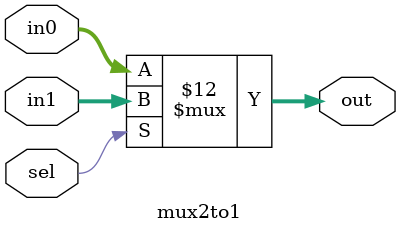
<source format=v>
module mux2to1 (
    input  [63:0] in0,
    input  [63:0] in1,
    input         sel,
    output [63:0] out
);
  assign out = sel ? in1 : in0;
endmodule


module cpu_top (
    input clk,
    input reset
);

  //=================================================
  // Wire and Register Declarations
  //=================================================
  // Program Counter
  reg  [63:0] pc;
  wire [63:0] pc_next, pc_plus1;

  // Instruction Memory
  wire [31:0] instruction;
  wire if_id_WriteEnable, pc_WriteEnable;

  // IF/ID Pipeline Register
  wire [63:0] IF_ID_PC;  // Original PC from instruction fetch
  wire [31:0] IF_ID_instruction;

  // ID Stage Signals
  wire RegWrite_ID, MemtoReg_ID, MemRead_ID, MemWrite_ID, ALUSrc_ID, Branch_ID;
  wire [1:0] ALUOp_ID;
  wire [3:0] ALUControl_ID;
  wire [63:0] read_data1_ID, read_data2_ID, imm_out_ID;
  wire [4:0]  rs1_ID, rs2_ID, rd_ID;

  // ID/EX Pipeline Register Signals
  wire RegWrite_EX, MemtoReg_EX, MemRead_EX, MemWrite_EX, ALUSrc_EX, Branch_EX;
  wire [1:0] ALUOp_EX;
  wire [3:0] ALUControl_EX;
  wire [63:0] read_data1_EX, read_data2_EX, imm_out_EX;
  wire [4:0] rs1_EX, rs2_EX, rd_EX;
  wire [63:0] ID_EX_PC;  // PC passed to EX stage

  // EX Stage Signals
  wire [63:0] alu_in2;
  wire        alu_zero;
  wire [63:0] ALUResult_EX;
  wire branch_taken_EX;
  
  // Forwarding wires
  wire [63:0] forwardA_data;
  wire [63:0] forwardB_data;

  // EX/MEM Pipeline Register Signals
  wire RegWrite_MEM, MemtoReg_MEM, MemRead_MEM, MemWrite_MEM, Branch_MEM;
  wire [63:0] actual_target_EX;
  wire [63:0] actual_target_MEM;
  wire [63:0] ALUResult_MEM;
  wire [63:0] write_data_MEM;
  wire [4:0]  rd_MEM;
  wire [63:0] EX_MEM_PC;
  wire        branch_taken_MEM;

  // MEM Stage Signals
  wire [63:0] mem_read_data_MEM;

  // MEM/WB Pipeline Register Signals
  wire RegWrite_WB, MemtoReg_WB;
  wire [63:0] ALUResult_WB, mem_read_data_WB;
  wire [4:0]  rd_WB;
  wire [63:0] write_data_WB;

  // Hazard detection and forwarding
  wire Stall;
  wire [1:0] ForwardA;
  wire [1:0] ForwardB;

  // Branch Prediction Signals
  wire prediction_valid;
  wire misprediction;
  reg  flush;

  // Target address calculation
  wire [63:0] target_addr;

  //=================================================
  // Instruction Fetch (IF) Stage
  //=================================================
  // PC plus one computation
  adder_pc adder_pc_inst1 (
    .A      (pc),
    .B      (64'b1),
    .result (pc_plus1)
  );
  
  // Misprediction branch taken flag
  assign branch_taken_EX = Branch_EX && alu_zero;
  
  // Actual target calculation for branch misprediction
  adder_pc adder_pc_inst2 (
    .A      (ID_EX_PC),
    .B      (imm_out_EX),
    .result (actual_target_EX)
  );
  
  // PC selection using branch prediction
  mux2to1 mux_pc (
    .in0 (pc_plus1),
    .in1 (actual_target_MEM),
    .sel (branch_taken_MEM),
    .out (pc_next)
  );
  
  always @(posedge clk or posedge reset) begin
    if (reset)
      pc <= 64'b0;
    else if (pc_WriteEnable)
      pc <= pc_next;
  end
  
  instruction_memory imem (
    .addr        (pc),
    .instruction (instruction)
  );
  
  //=================================================
  // IF/ID Pipeline Register
  //=================================================
  IF_ID_Reg if_id_reg (
    .clk               (clk),
    .reset             (reset),
    .stall             (Stall),
    .flush             (flush),
    .if_id_WriteEnable (if_id_WriteEnable),
    .PC                (pc),           // Original PC
    .instruction       (instruction),
    .IF_ID_PC         (IF_ID_PC),
    .IF_ID_instruction(IF_ID_instruction)
  );
  
  //=================================================
  // Instruction Decode (ID) Stage
  //=================================================
  control_unit ctrl (
    .opcode    (IF_ID_instruction[6:0]),
    .RegWrite  (RegWrite_ID),
    .MemtoReg  (MemtoReg_ID),
    .MemRead   (MemRead_ID),
    .MemWrite  (MemWrite_ID),
    .Branch    (Branch_ID),
    .ALUSrc    (ALUSrc_ID),
    .ALUOp     (ALUOp_ID)
  );
  
  register_file rf (
    .clk        (clk),
    .reset      (reset),
    .RegWrite   (RegWrite_WB),
    .rs1        (IF_ID_instruction[19:15]),
    .rs2        (IF_ID_instruction[24:20]),
    .rd         (rd_WB),
    .write_data (write_data_WB),
    .read_data1 (read_data1_ID),
    .read_data2 (read_data2_ID)
  );
  
  immediate_gen immgen (
    .instruction (IF_ID_instruction),
    .imm_out     (imm_out_ID)
  );
  
  // Compute target address (PC + Imm)
  adder_pc adder_pc_inst3 (
    .A      (IF_ID_PC),
    .B      (imm_out_ID),
    .result (target_addr)
  );
  
  alu_control alu_ctrl (
    .ALUOp     (ALUOp_ID),
    .func3     (IF_ID_instruction[14:12]),
    .func7_5   (IF_ID_instruction[30]),
    .ALUControl(ALUControl_ID)
  );
  
  //=================================================
  // ID/EX Pipeline Register
  //=================================================
  ID_EX_Reg id_ex_reg (
    .clk           (clk),
    .reset         (reset),
    .flush         (flush),
    .stall         (Stall),
    // Control Signals
    .RegWrite_ID   (RegWrite_ID),
    .MemtoReg_ID   (MemtoReg_ID),
    .MemRead_ID    (MemRead_ID),
    .MemWrite_ID   (MemWrite_ID),
    .ALUSrc_ID     (ALUSrc_ID),
    .Branch_ID     (Branch_ID),
    .ALUOp_ID      (ALUOp_ID),
    .ALUControl_ID (ALUControl_ID),
    // Data signals
    .read_data1_ID (read_data1_ID),
    .read_data2_ID (read_data2_ID),
    .imm_out_ID    (imm_out_ID),
    .rs1_ID        (IF_ID_instruction[19:15]),
    .rs2_ID        (IF_ID_instruction[24:20]),
    .rd_ID         (IF_ID_instruction[11:7]),
    .PC_ID         (IF_ID_PC),
    // Outputs
    .RegWrite_EX   (RegWrite_EX),
    .MemtoReg_EX   (MemtoReg_EX),
    .MemRead_EX    (MemRead_EX),
    .MemWrite_EX   (MemWrite_EX),
    .ALUSrc_EX     (ALUSrc_EX),
    .Branch_EX     (Branch_EX),
    .ALUOp_EX      (ALUOp_EX),
    .ALUControl_EX (ALUControl_EX),
    .read_data1_EX (read_data1_EX),
    .read_data2_EX (read_data2_EX),
    .imm_out_EX    (imm_out_EX),
    .rs1_EX        (rs1_EX),
    .rs2_EX        (rs2_EX),
    .rd_EX         (rd_EX),
    .PC_EX         (ID_EX_PC)
  );
  
  //=================================================
  // Execute (EX) Stage
  //=================================================
  // Forwarding multiplexers
  assign forwardA_data = (ForwardA == 2'b10) ? ALUResult_MEM :
                           (ForwardA == 2'b01) ? write_data_WB : read_data1_EX;
  
  assign forwardB_data = (ForwardB == 2'b10) ? ALUResult_MEM :
                           (ForwardB == 2'b01) ? write_data_WB : read_data2_EX;
  
  // Select between forwarded data and immediate value for ALU's second input
  mux2to1 alu_in2_mux (
    .in0 (forwardB_data),
    .in1 (imm_out_EX),
    .sel (ALUSrc_EX),
    .out (alu_in2)
  );
  
  alu my_alu (
    .A          (forwardA_data),
    .B          (alu_in2),
    .ALUControl (ALUControl_EX),
    .ALUResult  (ALUResult_EX),
    .Zero       (alu_zero)
  );
  
  //=================================================
  // EX/MEM Pipeline Register
  //=================================================
  EX_MEM_Reg ex_mem_reg (
    .clk              (clk),
    .reset            (reset),
    .flush            (flush),
    // Control Signals
    .RegWrite_EX      (RegWrite_EX),
    .MemtoReg_EX      (MemtoReg_EX),
    .MemRead_EX       (MemRead_EX),
    .MemWrite_EX      (MemWrite_EX),
    .Branch_EX        (Branch_EX),
    .actual_target_EX (actual_target_EX),
    // Data signals
    .ALUResult_EX     (ALUResult_EX),
    .write_data_EX    (forwardB_data),
    .rd_EX            (rd_EX),
    .PC_EX            (ID_EX_PC),
    .branch_taken_EX  (branch_taken_EX),
    // Outputs
    .RegWrite_MEM     (RegWrite_MEM),
    .MemtoReg_MEM     (MemtoReg_MEM),
    .MemRead_MEM      (MemRead_MEM),
    .MemWrite_MEM     (MemWrite_MEM),
    .Branch_MEM       (Branch_MEM),
    .actual_target_MEM(actual_target_MEM),
    .ALUResult_MEM    (ALUResult_MEM),
    .write_data_MEM   (write_data_MEM),
    .rd_MEM           (rd_MEM),
    .PC_MEM           (EX_MEM_PC),
    .branch_taken_MEM (branch_taken_MEM)
  );
  
  //=================================================
  // Memory (MEM) Stage
  //=================================================
  data_memory dmem (
    .clk        (clk),
    .MemRead    (MemRead_MEM),
    .MemWrite   (MemWrite_MEM),
    .addr       (ALUResult_MEM),
    .write_data (write_data_MEM),
    .read_data  (mem_read_data_MEM)
  );
  
  //=================================================
  // MEM/WB Pipeline Register
  //=================================================
  MEM_WB_Reg mem_wb_reg (
    .clk             (clk),
    .reset           (reset),
    // Control Signals
    .RegWrite_MEM    (RegWrite_MEM),
    .MemtoReg_MEM    (MemtoReg_MEM),
    // Data signals
    .ALUResult_MEM   (ALUResult_MEM),
    .mem_read_data_MEM(mem_read_data_MEM),
    .rd_MEM          (rd_MEM),
    // Outputs
    .RegWrite_WB     (RegWrite_WB),
    .MemtoReg_WB     (MemtoReg_WB),
    .ALUResult_WB    (ALUResult_WB),
    .mem_read_data_WB(mem_read_data_WB),
    .rd_WB           (rd_WB)
  );
  
  //=================================================
  // Write Back (WB) Stage
  //=================================================
  mux2to1 wb_mux (
    .in0 (ALUResult_WB),
    .in1 (mem_read_data_WB),
    .sel (MemtoReg_WB),
    .out (write_data_WB)
  );
  
  //=================================================
  // Hazard Detection Unit
  //=================================================
  HazardDetectionUnit hdu (
    .ID_EX_MemRead  (MemRead_EX),
    .ID_EX_rd       (rd_EX),
    .IF_ID_rs1      (IF_ID_instruction[19:15]),
    .IF_ID_rs2      (IF_ID_instruction[24:20]),
    .stall          (Stall),
    .if_id_WriteEnable(if_id_WriteEnable),
    .pc_WriteEnable (pc_WriteEnable)
  );
  
  //=================================================
  // Forwarding Unit
  //=================================================
  ForwardingUnit fu (
    .ID_EX_rs1     (rs1_EX),
    .ID_EX_rs2     (rs2_EX),
    .EX_MEM_rd     (rd_MEM),
    .MEM_WB_rd     (rd_WB),
    .EX_MEM_RegWrite(RegWrite_MEM),
    .MEM_WB_RegWrite(RegWrite_WB),
    .ForwardA      (ForwardA),
    .ForwardB      (ForwardB)
  );
  
  //=================================================
  // Control: Branch flush logic
  //=================================================
  always @(*) begin
    flush = 0;
    if (branch_taken_MEM)
      flush = 1;
  end

endmodule

</source>
